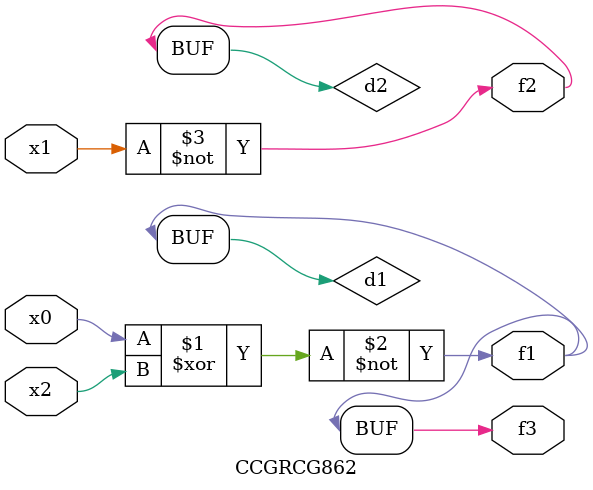
<source format=v>
module CCGRCG862(
	input x0, x1, x2,
	output f1, f2, f3
);

	wire d1, d2, d3;

	xnor (d1, x0, x2);
	nand (d2, x1);
	nor (d3, x1, x2);
	assign f1 = d1;
	assign f2 = d2;
	assign f3 = d1;
endmodule

</source>
